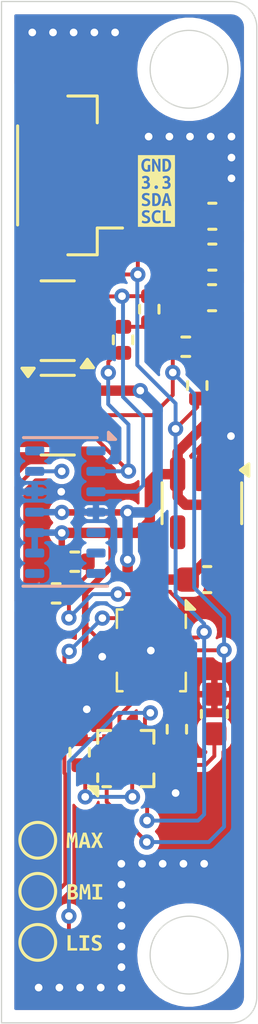
<source format=kicad_pcb>
(kicad_pcb (version 20240108) (generator "pcbnew") (generator_version "8.0")
  (title_block (title "sensor-bmi-v2") (date "2025-05-04") (rev "2.0"))
  (layers (0 "F.Cu" signal) (31 "B.Cu" signal) (34 "B.Paste" user) (35 "F.Paste" user) (36 "B.SilkS" user "B.Silkscreen") (37 "F.SilkS" user "F.Silkscreen") (38 "B.Mask" user) (39 "F.Mask" user) (44 "Edge.Cuts" user))
  (net 0 "")
  (net 1 "GND")
  (net 2 "+3V3")
  (net 3 "Net-(U3-C1)")
  (net 4 "SCL")
  (net 7 "SDA")
  (net 8 "+1V8")
  (net 9 "SCL_1V8")
  (net 10 "SDA_1V8")
  (net 11 "Net-(U3-~{CS})")
  (net 12 "Net-(U3-DRDY)")
  (net 13 "Net-(U4-SDO)")
  (net 14 "Net-(U4-CSB)")
  (net 15 "Net-(U2-~{INT})")
  (net 16 "Net-(U4-INT1)")
  (footprint "TestPoint:TestPoint_Pad_D1.0mm" (layer "F.Cu") (at 134 135)
    (property "Reference" "TP1" (hide yes))
    (property "Value" "MAX_INT" (hide yes))
    (pad "1" smd circle (at 0 0) (size 1 1) (layers "F.Cu" "F.Mask") (net 15 "Net-(U2-~{INT})"))
  )
  (footprint "TestPoint:TestPoint_Pad_D1.0mm" (layer "F.Cu") (at 134 139 180)
    (property "Reference" "TP2" (hide yes))
    (property "Value" "LIS_INT" (hide yes))
    (pad "1" smd circle (at 0 0 180) (size 1 1) (layers "F.Cu" "F.Mask") (net 12 "Net-(U3-DRDY)"))
  )
  (footprint "Resistor_SMD:R_0402_1005Metric" (layer "F.Cu") (at 138.37 114.2 90)
    (property "Reference" "R1" (hide yes))
    (property "Value" "10K" (hide yes))
    (pad "1" smd roundrect (at -0.51 0 90) (size 0.54 0.64) (layers "F.Cu" "F.Paste" "F.Mask") (net 8 "+1V8"))
    (pad "2" smd roundrect (at 0.51 0 90) (size 0.54 0.64) (layers "F.Cu" "F.Paste" "F.Mask") (net 10 "SDA_1V8"))
  )
  (footprint "Resistor_SMD:R_0402_1005Metric" (layer "F.Cu") (at 139.8 115.67)
    (property "Reference" "R5" (hide yes))
    (property "Value" "10K" (hide yes))
    (pad "1" smd roundrect (at -0.51 0) (size 0.54 0.64) (layers "F.Cu" "F.Paste" "F.Mask") (net 4 "SCL"))
    (pad "2" smd roundrect (at 0.51 0) (size 0.54 0.64) (layers "F.Cu" "F.Paste" "F.Mask") (net 2 "+3V3"))
  )
  (footprint "Resistor_SMD:R_0402_1005Metric" (layer "F.Cu") (at 134.72 125.33 180)
    (property "Reference" "R8" (hide yes))
    (property "Value" "10K" (hide yes))
    (pad "1" smd roundrect (at -0.51 0 180) (size 0.54 0.64) (layers "F.Cu" "F.Paste" "F.Mask") (net 13 "Net-(U4-SDO)"))
    (pad "2" smd roundrect (at 0.51 0 180) (size 0.54 0.64) (layers "F.Cu" "F.Paste" "F.Mask") (net 1 "GND"))
  )
  (footprint "Capacitor_SMD:C_0603_1608Metric" (layer "F.Cu") (at 140.84 112.16)
    (property "Reference" "C5" (hide yes))
    (property "Value" "100nF 16V" (hide yes))
    (pad "1" smd roundrect (at -0.775 0) (size 0.9 0.95) (layers "F.Cu" "F.Paste" "F.Mask") (net 2 "+3V3"))
    (pad "2" smd roundrect (at 0.775 0) (size 0.9 0.95) (layers "F.Cu" "F.Paste" "F.Mask") (net 1 "GND"))
  )
  (footprint "Resistor_SMD:R_0402_1005Metric" (layer "F.Cu") (at 139.45 130.65 90)
    (property "Reference" "R6" (hide yes))
    (property "Value" "10K" (hide yes))
    (pad "1" smd roundrect (at -0.51 0 90) (size 0.54 0.64) (layers "F.Cu" "F.Paste" "F.Mask") (net 12 "Net-(U3-DRDY)"))
    (pad "2" smd roundrect (at 0.51 0 90) (size 0.54 0.64) (layers "F.Cu" "F.Paste" "F.Mask") (net 1 "GND"))
  )
  (footprint "Package_TO_SOT_SMD:SOT-23" (layer "F.Cu") (at 134.78 114.65 180)
    (property "Reference" "Q2" (hide yes))
    (property "Value" "BSS138" (hide yes))
    (pad "1" smd roundrect (at -0.9375 -0.95 180) (size 1.475 0.6) (layers "F.Cu" "F.Paste" "F.Mask") (net 8 "+1V8"))
    (pad "2" smd roundrect (at -0.9375 0.95 180) (size 1.475 0.6) (layers "F.Cu" "F.Paste" "F.Mask") (net 10 "SDA_1V8"))
    (pad "3" smd roundrect (at 0.9375 0 180) (size 1.475 0.6) (layers "F.Cu" "F.Paste" "F.Mask") (net 7 "SDA"))
  )
  (footprint "Package_TO_SOT_SMD:SOT-23" (layer "F.Cu") (at 134.7825 118.35)
    (property "Reference" "Q1" (hide yes))
    (property "Value" "BSS138" (hide yes))
    (pad "1" smd roundrect (at -0.9375 -0.95) (size 1.475 0.6) (layers "F.Cu" "F.Paste" "F.Mask") (net 8 "+1V8"))
    (pad "2" smd roundrect (at -0.9375 0.95) (size 1.475 0.6) (layers "F.Cu" "F.Paste" "F.Mask") (net 9 "SCL_1V8"))
    (pad "3" smd roundrect (at 0.9375 0) (size 1.475 0.6) (layers "F.Cu" "F.Paste" "F.Mask") (net 4 "SCL"))
  )
  (footprint "Capacitor_SMD:C_0603_1608Metric" (layer "F.Cu") (at 140.83 113.75)
    (property "Reference" "C1" (hide yes))
    (property "Value" "1uF 16V" (hide yes))
    (pad "1" smd roundrect (at -0.775 0) (size 0.9 0.95) (layers "F.Cu" "F.Paste" "F.Mask") (net 2 "+3V3"))
    (pad "2" smd roundrect (at 0.775 0) (size 0.9 0.95) (layers "F.Cu" "F.Paste" "F.Mask") (net 1 "GND"))
  )
  (footprint "Package_LGA:LGA-12_2x2mm_P0.5mm" (layer "F.Cu") (at 137.45 131.8 90)
    (property "Reference" "U3" (hide yes))
    (property "Value" "LIS2MDL" (hide yes))
    (pad "1" smd rect (at -0.7625 -0.75 90) (size 0.375 0.35) (layers "F.Cu" "F.Paste" "F.Mask") (net 4 "SCL"))
    (pad "2" smd rect (at -0.7625 -0.25 90) (size 0.375 0.35) (layers "F.Cu" "F.Paste" "F.Mask"))
    (pad "3" smd rect (at -0.7625 0.25 90) (size 0.375 0.35) (layers "F.Cu" "F.Paste" "F.Mask") (net 11 "Net-(U3-~{CS})"))
    (pad "4" smd rect (at -0.7625 0.75 90) (size 0.375 0.35) (layers "F.Cu" "F.Paste" "F.Mask") (net 7 "SDA"))
    (pad "5" smd rect (at -0.25 0.7625 180) (size 0.375 0.35) (layers "F.Cu" "F.Paste" "F.Mask") (net 3 "Net-(U3-C1)"))
    (pad "6" smd rect (at 0.25 0.7625 180) (size 0.375 0.35) (layers "F.Cu" "F.Paste" "F.Mask") (net 1 "GND"))
    (pad "7" smd rect (at 0.7625 0.75 90) (size 0.375 0.35) (layers "F.Cu" "F.Paste" "F.Mask") (net 12 "Net-(U3-DRDY)"))
    (pad "8" smd rect (at 0.7625 0.25 90) (size 0.375 0.35) (layers "F.Cu" "F.Paste" "F.Mask") (net 1 "GND"))
    (pad "9" smd rect (at 0.7625 -0.25 90) (size 0.375 0.35) (layers "F.Cu" "F.Paste" "F.Mask") (net 2 "+3V3"))
    (pad "10" smd rect (at 0.7625 -0.75 90) (size 0.375 0.35) (layers "F.Cu" "F.Paste" "F.Mask") (net 2 "+3V3"))
    (pad "11" smd rect (at 0.25 -0.7625 180) (size 0.375 0.35) (layers "F.Cu" "F.Paste" "F.Mask"))
    (pad "12" smd rect (at -0.25 -0.7625 180) (size 0.375 0.35) (layers "F.Cu" "F.Paste" "F.Mask"))
  )
  (footprint "Resistor_SMD:R_0402_1005Metric" (layer "F.Cu") (at 135.45 124.09)
    (property "Reference" "R7" (hide yes))
    (property "Value" "0R" (hide yes))
    (pad "1" smd roundrect (at -0.51 0) (size 0.54 0.64) (layers "F.Cu" "F.Paste" "F.Mask") (net 2 "+3V3"))
    (pad "2" smd roundrect (at 0.51 0) (size 0.54 0.64) (layers "F.Cu" "F.Paste" "F.Mask") (net 13 "Net-(U4-SDO)"))
  )
  (footprint "Capacitor_SMD:C_0603_1608Metric" (layer "F.Cu") (at 140.92 130.055 90)
    (property "Reference" "C3" (hide yes))
    (property "Value" "100nF 16V" (hide yes))
    (pad "1" smd roundrect (at -0.775 0 90) (size 0.9 0.95) (layers "F.Cu" "F.Paste" "F.Mask") (net 3 "Net-(U3-C1)"))
    (pad "2" smd roundrect (at 0.775 0 90) (size 0.9 0.95) (layers "F.Cu" "F.Paste" "F.Mask") (net 1 "GND"))
  )
  (footprint "kibuzzard-6817376F" (layer "F.Cu") (at 138.65 109.57)
    (property "Reference" "kibuzzard-6817376F" (hide yes))
    (property "Value" "G***" (hide yes))
  )
  (footprint "Package_LGA:Bosch_LGA-14_3x2.5mm_P0.5mm" (layer "F.Cu") (at 138.45 127.5625 -90)
    (property "Reference" "U4" (hide yes))
    (property "Value" "BMI160" (hide yes))
    (pad "1" smd rect (at -1.2625 -0.75 270) (size 0.675 0.25) (layers "F.Cu" "F.Paste" "F.Mask") (net 13 "Net-(U4-SDO)"))
    (pad "2" smd rect (at -1.2625 -0.25 270) (size 0.675 0.25) (layers "F.Cu" "F.Paste" "F.Mask"))
    (pad "3" smd rect (at -1.2625 0.25 270) (size 0.675 0.25) (layers "F.Cu" "F.Paste" "F.Mask"))
    (pad "4" smd rect (at -1.2625 0.75 270) (size 0.675 0.25) (layers "F.Cu" "F.Paste" "F.Mask") (net 16 "Net-(U4-INT1)"))
    (pad "5" smd rect (at -0.5 1.0125 270) (size 0.25 0.675) (layers "F.Cu" "F.Paste" "F.Mask") (net 2 "+3V3"))
    (pad "6" smd rect (at 0 1.0125 270) (size 0.25 0.675) (layers "F.Cu" "F.Paste" "F.Mask") (net 1 "GND"))
    (pad "7" smd rect (at 0.5 1.0125 270) (size 0.25 0.675) (layers "F.Cu" "F.Paste" "F.Mask") (net 1 "GND"))
    (pad "8" smd rect (at 1.2625 0.75 270) (size 0.675 0.25) (layers "F.Cu" "F.Paste" "F.Mask") (net 2 "+3V3"))
    (pad "9" smd rect (at 1.2625 0.25 270) (size 0.675 0.25) (layers "F.Cu" "F.Paste" "F.Mask"))
    (pad "10" smd rect (at 1.2625 -0.25 270) (size 0.675 0.25) (layers "F.Cu" "F.Paste" "F.Mask"))
    (pad "11" smd rect (at 1.2625 -0.75 270) (size 0.675 0.25) (layers "F.Cu" "F.Paste" "F.Mask"))
    (pad "12" smd rect (at 0.5 -1.0125 270) (size 0.25 0.675) (layers "F.Cu" "F.Paste" "F.Mask") (net 14 "Net-(U4-CSB)"))
    (pad "13" smd rect (at 0 -1.0125 270) (size 0.25 0.675) (layers "F.Cu" "F.Paste" "F.Mask") (net 4 "SCL"))
    (pad "14" smd rect (at -0.5 -1.0125 270) (size 0.25 0.675) (layers "F.Cu" "F.Paste" "F.Mask") (net 7 "SDA"))
  )
  (footprint "Resistor_SMD:R_0402_1005Metric" (layer "F.Cu") (at 135.64 131.55 -90)
    (property "Reference" "R3" (hide yes))
    (property "Value" "10K" (hide yes))
    (pad "1" smd roundrect (at -0.51 0 270) (size 0.54 0.64) (layers "F.Cu" "F.Paste" "F.Mask") (net 2 "+3V3"))
    (pad "2" smd roundrect (at 0.51 0 270) (size 0.54 0.64) (layers "F.Cu" "F.Paste" "F.Mask") (net 11 "Net-(U3-~{CS})"))
  )
  (footprint "Connector_JST:JST_SH_BM04B-SRSS-TB_1x04-1MP_P1.00mm_Vertical" (layer "F.Cu") (at 135.22 108.96 90)
    (property "Reference" "J1" (hide yes))
    (property "Value" "JST SH1.0" (hide yes))
    (pad "1" smd roundrect (at -1.5 1.325 90) (size 0.6 1.55) (layers "F.Cu" "F.Paste" "F.Mask") (net 7 "SDA"))
    (pad "2" smd roundrect (at -0.5 1.325 90) (size 0.6 1.55) (layers "F.Cu" "F.Paste" "F.Mask") (net 4 "SCL"))
    (pad "3" smd roundrect (at 0.5 1.325 90) (size 0.6 1.55) (layers "F.Cu" "F.Paste" "F.Mask") (net 2 "+3V3"))
    (pad "4" smd roundrect (at 1.5 1.325 90) (size 0.6 1.55) (layers "F.Cu" "F.Paste" "F.Mask") (net 1 "GND"))
    (pad "MP" smd roundrect (at -2.8 -1.2 90) (size 1.2 1.8) (layers "F.Cu" "F.Paste" "F.Mask") (roundrect_rratio 0.208333))
    (pad "MP" smd roundrect (at 2.8 -1.2 90) (size 1.2 1.8) (layers "F.Cu" "F.Paste" "F.Mask") (roundrect_rratio 0.208333))
  )
  (footprint "TestPoint:TestPoint_Pad_D1.0mm" (layer "F.Cu") (at 134 137 180)
    (property "Reference" "TP3" (hide yes))
    (property "Value" "BMI_INT" (hide yes))
    (pad "1" smd circle (at 0 0 180) (size 1 1) (layers "F.Cu" "F.Mask") (net 16 "Net-(U4-INT1)"))
  )
  (footprint "kibuzzard-680F69F9" (layer "F.Cu") (at 135.85 137.02)
    (property "Reference" "kibuzzard-680F69F9" (hide yes))
    (property "Value" "G***" (hide yes))
  )
  (footprint "Resistor_SMD:R_0402_1005Metric" (layer "F.Cu") (at 137.34 115.4 -90)
    (property "Reference" "R2" (hide yes))
    (property "Value" "10K" (hide yes))
    (pad "1" smd roundrect (at -0.51 0 270) (size 0.54 0.64) (layers "F.Cu" "F.Paste" "F.Mask") (net 8 "+1V8"))
    (pad "2" smd roundrect (at 0.51 0 270) (size 0.54 0.64) (layers "F.Cu" "F.Paste" "F.Mask") (net 9 "SCL_1V8"))
  )
  (footprint "kibuzzard-680F6A2F" (layer "F.Cu") (at 135.84 139.02)
    (property "Reference" "kibuzzard-680F6A2F" (hide yes))
    (property "Value" "G***" (hide yes))
  )
  (footprint "Capacitor_SMD:C_0603_1608Metric" (layer "F.Cu") (at 140.84 110.56)
    (property "Reference" "C4" (hide yes))
    (property "Value" "100nF 16V" (hide yes))
    (pad "1" smd roundrect (at -0.775 0) (size 0.9 0.95) (layers "F.Cu" "F.Paste" "F.Mask") (net 2 "+3V3"))
    (pad "2" smd roundrect (at 0.775 0) (size 0.9 0.95) (layers "F.Cu" "F.Paste" "F.Mask") (net 1 "GND"))
  )
  (footprint "kibuzzard-680F6A44" (layer "F.Cu") (at 135.84 135)
    (property "Reference" "kibuzzard-680F6A44" (hide yes))
    (property "Value" "G***" (hide yes))
  )
  (footprint "Capacitor_SMD:C_0603_1608Metric" (layer "F.Cu") (at 140.64 124.79)
    (property "Reference" "C2" (hide yes))
    (property "Value" "2.2uF 16V" (hide yes))
    (pad "1" smd roundrect (at -0.775 0) (size 0.9 0.95) (layers "F.Cu" "F.Paste" "F.Mask") (net 8 "+1V8"))
    (pad "2" smd roundrect (at 0.775 0) (size 0.9 0.95) (layers "F.Cu" "F.Paste" "F.Mask") (net 1 "GND"))
  )
  (footprint "Package_TO_SOT_SMD:SOT-23-5" (layer "F.Cu") (at 140.43 121.8 -90)
    (property "Reference" "U1" (hide yes))
    (property "Value" "LN1134A182MR-G" (hide yes))
    (pad "1" smd roundrect (at -1.1375 -0.95 270) (size 1.325 0.6) (layers "F.Cu" "F.Paste" "F.Mask") (net 2 "+3V3"))
    (pad "2" smd roundrect (at -1.1375 0 270) (size 1.325 0.6) (layers "F.Cu" "F.Paste" "F.Mask") (net 1 "GND"))
    (pad "3" smd roundrect (at -1.1375 0.95 270) (size 1.325 0.6) (layers "F.Cu" "F.Paste" "F.Mask") (net 2 "+3V3"))
    (pad "4" smd roundrect (at 1.1375 0.95 270) (size 1.325 0.6) (layers "F.Cu" "F.Paste" "F.Mask"))
    (pad "5" smd roundrect (at 1.1375 -0.95 270) (size 1.325 0.6) (layers "F.Cu" "F.Paste" "F.Mask") (net 8 "+1V8"))
  )
  (footprint "Resistor_SMD:R_0402_1005Metric" (layer "F.Cu") (at 140.25 117.19 90)
    (property "Reference" "R4" (hide yes))
    (property "Value" "10K" (hide yes))
    (pad "1" smd roundrect (at -0.51 0 90) (size 0.54 0.64) (layers "F.Cu" "F.Paste" "F.Mask") (net 7 "SDA"))
    (pad "2" smd roundrect (at 0.51 0 90) (size 0.54 0.64) (layers "F.Cu" "F.Paste" "F.Mask") (net 2 "+3V3"))
  )
  (footprint "OptoDevice:Maxim_OLGA-14_3.3x5.6mm_P0.8mm" (layer "B.Cu") (at 135.08 122.15 180)
    (property "Reference" "U2" (hide yes))
    (property "Value" "MAX30102" (hide yes))
    (pad "1" smd roundrect (at -1.2 2.4 180) (size 0.75 0.35) (layers "B.Cu" "B.Paste" "B.Mask"))
    (pad "2" smd roundrect (at -1.2 1.6 180) (size 0.75 0.35) (layers "B.Cu" "B.Paste" "B.Mask") (net 9 "SCL_1V8"))
    (pad "3" smd roundrect (at -1.2 0.8 180) (size 0.75 0.35) (layers "B.Cu" "B.Paste" "B.Mask") (net 10 "SDA_1V8"))
    (pad "4" smd roundrect (at -1.2 0 180) (size 0.75 0.35) (layers "B.Cu" "B.Paste" "B.Mask") (net 1 "GND"))
    (pad "5" smd roundrect (at -1.2 -0.8 180) (size 0.75 0.35) (layers "B.Cu" "B.Paste" "B.Mask"))
    (pad "6" smd roundrect (at -1.2 -1.6 180) (size 0.75 0.35) (layers "B.Cu" "B.Paste" "B.Mask"))
    (pad "7" smd roundrect (at -1.2 -2.4 180) (size 0.75 0.35) (layers "B.Cu" "B.Paste" "B.Mask"))
    (pad "8" smd roundrect (at 1.2 -2.4 180) (size 0.75 0.35) (layers "B.Cu" "B.Paste" "B.Mask"))
    (pad "9" smd roundrect (at 1.2 -1.6 180) (size 0.75 0.35) (layers "B.Cu" "B.Paste" "B.Mask") (net 2 "+3V3"))
    (pad "10" smd roundrect (at 1.2 -0.8 180) (size 0.75 0.35) (layers "B.Cu" "B.Paste" "B.Mask") (net 2 "+3V3"))
    (pad "11" smd roundrect (at 1.2 0 180) (size 0.75 0.35) (layers "B.Cu" "B.Paste" "B.Mask") (net 8 "+1V8"))
    (pad "12" smd roundrect (at 1.2 0.8 180) (size 0.75 0.35) (layers "B.Cu" "B.Paste" "B.Mask") (net 1 "GND"))
    (pad "13" smd roundrect (at 1.2 1.6 180) (size 0.75 0.35) (layers "B.Cu" "B.Paste" "B.Mask") (net 15 "Net-(U2-~{INT})"))
    (pad "14" smd roundrect (at 1.2 2.4 180) (size 0.75 0.35) (layers "B.Cu" "B.Paste" "B.Mask"))
  )
  (gr_line (start 141.58 142.15) (end 132.58 142.15) (stroke (width 0.05)) (layer "Edge.Cuts"))
  (gr_arc (start 142.58 141.15) (mid 142.287107 141.857107) (end 141.58 142.15) (stroke (width 0.05)) (layer "Edge.Cuts"))
  (gr_line (start 132.58 142.15) (end 132.58 102.15) (stroke (width 0.05)) (layer "Edge.Cuts"))
  (gr_line (start 132.58 102.15) (end 141.58 102.15) (stroke (width 0.05)) (layer "Edge.Cuts"))
  (gr_circle (center 139.926875 104.803125) (end 139.926875 103.279125) (stroke (width 0.05)) (fill none) (layer "Edge.Cuts"))
  (gr_circle (center 139.926875 139.496875) (end 141.450875 139.496875) (stroke (width 0.05)) (fill none) (layer "Edge.Cuts"))
  (gr_line (start 142.58 103.15) (end 142.58 141.15) (stroke (width 0.05)) (layer "Edge.Cuts"))
  (gr_arc (start 141.58 102.15) (mid 142.287107 102.442893) (end 142.58 103.15) (stroke (width 0.05)) (layer "Edge.Cuts"))
  (segment (start 134.21 121.52) (end 134.38 121.35) (width 0.254) (layer "F.Cu") (net 1))
  (segment (start 137.84 131.55) (end 137.7 131.41) (width 0.1524) (layer "F.Cu") (net 1))
  (segment (start 137.4375 127.5625) (end 137.4375 128.0625) (width 0.1524) (layer "F.Cu") (net 1))
  (segment (start 136.7787 128.0625) (end 137.4375 128.0625) (width 0.1524) (layer "F.Cu") (net 1))
  (segment (start 136.5262 127.81) (end 136.7737 127.5625) (width 0.1524) (layer "F.Cu") (net 1))
  (segment (start 141.260001 119.17) (end 141.57 119.17) (width 0.4064) (layer "F.Cu") (net 1))
  (segment (start 136.7737 127.5625) (end 137.4375 127.5625) (width 0.1524) (layer "F.Cu") (net 1))
  (segment (start 136.5262 127.81) (end 136.7787 128.0625) (width 0.1524) (layer "F.Cu") (net 1))
  (segment (start 134.38 121.35) (end 134.92 121.35) (width 0.254) (layer "F.Cu") (net 1))
  (segment (start 134.21 125.33) (end 134.21 121.52) (width 0.254) (layer "F.Cu") (net 1))
  (segment (start 140.43 120.6625) (end 140.43 120.000001) (width 0.4064) (layer "F.Cu") (net 1))
  (segment (start 138.2125 131.55) (end 137.84 131.55) (width 0.1524) (layer "F.Cu") (net 1))
  (segment (start 140.43 120.000001) (end 141.260001 119.17) (width 0.4064) (layer "F.Cu") (net 1))
  (segment (start 137.7 131.41) (end 137.7 131.0375) (width 0.1524) (layer "F.Cu") (net 1))
  (via (at 138.43 127.57) (size 0.6) (drill 0.3) (layers "F.Cu" "B.Cu") (net 1))
  (via (at 139.9644 107.44) (size 0.6) (drill 0.3) (layers "F.Cu" "B.Cu") (net 1))
  (via (at 139.4 133.15) (size 0.6) (drill 0.3) (layers "F.Cu" "B.Cu") (net 1))
  (via (at 134.92 121.35) (size 0.6) (drill 0.3) (layers "F.Cu" "B.Cu") (net 1))
  (via (at 137.28 136.7328) (size 0.6) (drill 0.3) (layers "F.Cu" "B.Cu") (net 1))
  (via (at 135.66 140.77) (size 0.6) (drill 0.3) (layers "F.Cu" "B.Cu") (net 1))
  (via (at 141.59 107.44) (size 0.6) (drill 0.3) (layers "F.Cu" "B.Cu") (net 1))
  (via (at 135.92 129.87) (size 0.6) (drill 0.3) (layers "F.Cu" "B.Cu") (net 1))
  (via (at 135.4044 103.36) (size 0.6) (drill 0.3) (layers "F.Cu" "B.Cu") (net 1))
  (via (at 134.0344 140.77) (size 0.6) (drill 0.3) (layers "F.Cu" "B.Cu") (net 1))
  (via (at 138.0872 135.92) (size 0.6) (drill 0.3) (layers "F.Cu" "B.Cu") (net 1))
  (via (at 141.59 109.0756) (size 0.6) (drill 0.3) (layers "F.Cu" "B.Cu") (net 1))
  (via (at 139.1572 107.44) (size 0.6) (drill 0.3) (layers "F.Cu" "B.Cu") (net 1))
  (via (at 137.03 103.36) (size 0.6) (drill 0.3) (layers "F.Cu" "B.Cu") (net 1))
  (via (at 136.2172 103.36) (size 0.6) (drill 0.3) (layers "F.Cu" "B.Cu") (net 1))
  (via (at 137.2744 135.92) (size 0.6) (drill 0.3) (layers "F.Cu" "B.Cu") (net 1))
  (via (at 137.28 139.1656) (size 0.6) (drill 0.3) (layers "F.Cu" "B.Cu") (net 1))
  (via (at 141.59 108.2628) (size 0.6) (drill 0.3) (layers "F.Cu" "B.Cu") (net 1))
  (via (at 138.8944 135.92) (size 0.6) (drill 0.3) (layers "F.Cu" "B.Cu") (net 1))
  (via (at 133.7844 103.36) (size 0.6) (drill 0.3) (layers "F.Cu" "B.Cu") (net 1))
  (via (at 140.7772 107.44) (size 0.6) (drill 0.3) (layers "F.Cu" "B.Cu") (net 1))
  (via (at 134.8472 140.77) (size 0.6) (drill 0.3) (layers "F.Cu" "B.Cu") (net 1))
  (via (at 136.5262 127.81) (size 0.6) (drill 0.3) (layers "F.Cu" "B.Cu") (net 1))
  (via (at 139.7072 135.92) (size 0.6) (drill 0.3) (layers "F.Cu" "B.Cu") (net 1))
  (via (at 137.28 137.5456) (size 0.6) (drill 0.3) (layers "F.Cu" "B.Cu") (net 1))
  (via (at 136.4672 140.77) (size 0.6) (drill 0.3) (layers "F.Cu" "B.Cu") (net 1))
  (via (at 134.5972 103.36) (size 0.6) (drill 0.3) (layers "F.Cu" "B.Cu") (net 1))
  (via (at 140.52 135.92) (size 0.6) (drill 0.3) (layers "F.Cu" "B.Cu") (net 1))
  (via (at 137.28 138.3528) (size 0.6) (drill 0.3) (layers "F.Cu" "B.Cu") (net 1))
  (via (at 137.28 139.9672) (size 0.6) (drill 0.3) (layers "F.Cu" "B.Cu") (net 1))
  (via (at 141.57 119.17) (size 0.6) (drill 0.3) (layers "F.Cu" "B.Cu") (net 1))
  (via (at 137.28 140.78) (size 0.6) (drill 0.3) (layers "F.Cu" "B.Cu") (net 1))
  (via (at 138.3444 107.44) (size 0.6) (drill 0.3) (layers "F.Cu" "B.Cu") (net 1))
  (segment (start 135.016712 121.35) (end 135.816712 122.15) (width 0.254) (layer "B.Cu") (net 1))
  (segment (start 134.92 121.35) (end 135.016712 121.35) (width 0.254) (layer "B.Cu") (net 1))
  (segment (start 135.816712 122.15) (end 136.28 122.15) (width 0.254) (layer "B.Cu") (net 1))
  (segment (start 133.88 121.35) (end 134.92 121.35) (width 0.254) (layer "B.Cu") (net 1))
  (segment (start 135.6425 131.0375) (end 135.64 131.04) (width 0.1524) (layer "F.Cu") (net 2))
  (segment (start 136.3225 127.0625) (end 137.4375 127.0625) (width 0.1524) (layer "F.Cu") (net 2))
  (segment (start 137.7 129.62) (end 137.7 128.825) (width 0.1524) (layer "F.Cu") (net 2))
  (segment (start 141.05 118.23) (end 139.48 119.8) (width 0.4064) (layer "F.Cu") (net 2))
  (segment (start 139.48 121.55) (end 139.79 121.86) (width 0.4064) (layer "F.Cu") (net 2))
  (segment (start 140.055 114.275) (end 141.05 115.27) (width 0.4064) (layer "F.Cu") (net 2))
  (segment (start 136.893 124.269712) (end 136.893 123.137003) (width 0.254) (layer "F.Cu") (net 2))
  (segment (start 139.79 121.86) (end 141.1 121.86) (width 0.4064) (layer "F.Cu") (net 2))
  (segment (start 141.38 121.58) (end 141.38 120.6625) (width 0.4064) (layer "F.Cu") (net 2))
  (segment (start 137.939997 122.960003) (end 134.94 122.960003) (width 0.4064) (layer "F.Cu") (net 2))
  (segment (start 141.05 116.68) (end 141.05 118.23) (width 0.4064) (layer "F.Cu") (net 2))
  (segment (start 135.86 126.6) (end 135.86 128.47) (width 0.254) (layer "F.Cu") (net 2))
  (segment (start 136.893 123.137003) (end 137.07 122.960003) (width 0.254) (layer "F.Cu") (net 2))
  (segment (start 140.25 115.73) (end 140.31 115.67) (width 0.1524) (layer "F.Cu") (net 2))
  (segment (start 140.31 115.67) (end 141.05 115.67) (width 0.1524) (layer "F.Cu") (net 2))
  (segment (start 136.215 128.825) (end 137.7 128.825) (width 0.254) (layer "F.Cu") (net 2))
  (segment (start 137.2 131.0375) (end 136.7 131.0375) (width 0.1524) (layer "F.Cu") (net 2))
  (segment (start 139.52 108.46) (end 140.065 109.005) (width 0.4064) (layer "F.Cu") (net 2))
  (segment (start 141.1 121.86) (end 141.38 121.58) (width 0.4064) (layer "F.Cu") (net 2))
  (segment (start 138.39 120.95) (end 138.39 122.51) (width 0.4064) (layer "F.Cu") (net 2))
  (segment (start 138.6775 120.6625) (end 138.39 120.95) (width 0.4064) (layer "F.Cu") (net 2))
  (segment (start 140.25 116.68) (end 140.25 115.73) (width 0.1524) (layer "F.Cu") (net 2))
  (segment (start 135.86 125.302712) (end 136.893 124.269712) (width 0.254) (layer "F.Cu") (net 2))
  (segment (start 137.2 130.12) (end 137.7 129.62) (width 0.1524) (layer "F.Cu") (net 2))
  (segment (start 135.86 128.47) (end 136.215 128.825) (width 0.254) (layer "F.Cu") (net 2))
  (segment (start 136.545 108.46) (end 139.52 108.46) (width 0.4064) (layer "F.Cu") (net 2))
  (segment (start 138.39 122.51) (end 137.939997 122.960003) (width 0.4064) (layer "F.Cu") (net 2))
  (segment (start 140.055 113.75) (end 140.055 114.275) (width 0.4064) (layer "F.Cu") (net 2))
  (segment (start 140.065 109.005) (end 140.065 110.56) (width 0.4064) (layer "F.Cu") (net 2))
  (segment (start 141.05 115.67) (end 141.05 116.68) (width 0.4064) (layer "F.Cu") (net 2))
  (segment (start 136.7 131.0375) (end 135.6425 131.0375) (width 0.1524) (layer "F.Cu") (net 2))
  (segment (start 135.86 126.6) (end 136.3225 127.0625) (width 0.1524) (layer "F.Cu") (net 2))
  (segment (start 139.48 120.6625) (end 139.48 121.55) (width 0.4064) (layer "F.Cu") (net 2))
  (segment (start 140.25 116.68) (end 141.05 116.68) (width 0.1524) (layer "F.Cu") (net 2))
  (segment (start 139.48 120.6625) (end 138.6775 120.6625) (width 0.4064) (layer "F.Cu") (net 2))
  (segment (start 137.07 122.960003) (end 137.939997 122.960003) (width 0.254) (layer "F.Cu") (net 2))
  (segment (start 141.05 115.27) (end 141.05 115.67) (width 0.4064) (layer "F.Cu") (net 2))
  (segment (start 140.055 113.61) (end 140.055 113.75) (width 0.4064) (layer "F.Cu") (net 2))
  (segment (start 137.2 131.0375) (end 137.2 130.12) (width 0.1524) (layer "F.Cu") (net 2))
  (segment (start 140.065 110.56) (end 140.065 113.6) (width 0.4064) (layer "F.Cu") (net 2))
  (segment (start 139.48 119.8) (end 139.48 120.6625) (width 0.4064) (layer "F.Cu") (net 2))
  (segment (start 134.94 122.960003) (end 134.94 124.09) (width 0.254) (layer "F.Cu") (net 2))
  (segment (start 135.86 126.6) (end 135.86 125.302712) (width 0.254) (layer "F.Cu") (net 2))
  (via (at 134.94 122.960003) (size 0.6) (drill 0.3) (layers "F.Cu" "B.Cu") (net 2))
  (segment (start 133.88 122.95) (end 134.929997 122.95) (width 0.254) (layer "B.Cu") (net 2))
  (segment (start 134.929997 122.95) (end 134.94 122.960003) (width 0.254) (layer "B.Cu") (net 2))
  (segment (start 133.88 123.75) (end 133.88 122.95) (width 0.254) (layer "B.Cu") (net 2))
  (segment (start 140.57 132.05) (end 140.92 131.7) (width 0.1524) (layer "F.Cu") (net 3))
  (segment (start 140.92 131.7) (end 140.92 130.83) (width 0.1524) (layer "F.Cu") (net 3))
  (segment (start 138.2125 132.05) (end 140.57 132.05) (width 0.1524) (layer "F.Cu") (net 3))
  (segment (start 138.27 135.07) (end 136.7 133.5) (width 0.1524) (layer "F.Cu") (net 4))
  (segment (start 139.08 109.87) (end 138.67 109.46) (width 0.1524) (layer "F.Cu") (net 4))
  (segment (start 138.67 109.46) (end 136.545 109.46) (width 0.1524) (layer "F.Cu") (net 4))
  (segment (start 136.7 133.5) (end 136.7 132.5625) (width 0.1524) (layer "F.Cu") (net 4))
  (segment (start 139.29 115.67) (end 139.08 115.46) (width 0.1524) (layer "F.Cu") (net 4))
  (segment (start 139.465 127.56) (end 139.4625 127.5625) (width 0.1524) (layer "F.Cu") (net 4))
  (segment (start 138.5 118.35) (end 139.29 117.56) (width 0.1524) (layer "F.Cu") (net 4))
  (segment (start 139.08 115.46) (end 139.08 109.87) (width 0.1524) (layer "F.Cu") (net 4))
  (segment (start 141.29 127.56) (end 139.465 127.56) (width 0.1524) (layer "F.Cu") (net 4))
  (segment (start 135.72 118.35) (end 138.5 118.35) (width 0.1524) (layer "F.Cu") (net 4))
  (segment (start 139.29 117.56) (end 139.29 116.68) (width 0.1524) (layer "F.Cu") (net 4))
  (segment (start 141.3 127.55) (end 141.29 127.56) (width 0.1524) (layer "F.Cu") (net 4))
  (segment (start 139.29 116.68) (end 139.29 115.67) (width 0.1524) (layer "F.Cu") (net 4))
  (via (at 141.3 127.55) (size 0.6) (drill 0.3) (layers "F.Cu" "B.Cu") (net 4))
  (via (at 138.27 135.07) (size 0.6) (drill 0.3) (layers "F.Cu" "B.Cu") (net 4))
  (via (at 139.29 116.68) (size 0.6) (drill 0.3) (layers "F.Cu" "B.Cu") (net 4))
  (segment (start 141.3 134.47) (end 141.3 127.55) (width 0.1524) (layer "B.Cu") (net 4))
  (segment (start 141.3 126.28) (end 140.13 125.11) (width 0.1524) (layer "B.Cu") (net 4))
  (segment (start 140.13 125.11) (end 140.13 117.52) (width 0.1524) (layer "B.Cu") (net 4))
  (segment (start 140.13 117.52) (end 139.29 116.68) (width 0.1524) (layer "B.Cu") (net 4))
  (segment (start 141.3 127.55) (end 141.3 126.28) (width 0.1524) (layer "B.Cu") (net 4))
  (segment (start 140.7 135.07) (end 141.3 134.47) (width 0.1524) (layer "B.Cu") (net 4))
  (segment (start 138.27 135.07) (end 140.7 135.07) (width 0.1524) (layer "B.Cu") (net 4))
  (segment (start 140.25 117.7) (end 140.25 118.035526) (width 0.1524) (layer "F.Cu") (net 7))
  (segment (start 140.3 127.06) (end 139.465 127.06) (width 0.1524) (layer "F.Cu") (net 7))
  (segment (start 134.23 112.84) (end 133.8425 113.2275) (width 0.1524) (layer "F.Cu") (net 7))
  (segment (start 140.25 118.035526) (end 139.4 118.885526) (width 0.1524) (layer "F.Cu") (net 7))
  (segment (start 137.62 110.46) (end 136.545 110.46) (width 0.1524) (layer "F.Cu") (net 7))
  (segment (start 137.92 112.84) (end 137.92 110.76) (width 0.1524) (layer "F.Cu") (net 7))
  (segment (start 137.92 112.84) (end 134.23 112.84) (width 0.1524) (layer "F.Cu") (net 7))
  (segment (start 133.8425 113.2275) (end 133.8425 114.65) (width 0.1524) (layer "F.Cu") (net 7))
  (segment (start 137.92 110.76) (end 137.62 110.46) (width 0.1524) (layer "F.Cu") (net 7))
  (segment (start 138.2862 134.2238) (end 138.2862 132.6487) (width 0.1524) (layer "F.Cu") (net 7))
  (segment (start 140.52 126.84) (end 140.3 127.06) (width 0.1524) (layer "F.Cu") (net 7))
  (segment (start 139.465 127.06) (end 139.4625 127.0625) (width 0.1524) (layer "F.Cu") (net 7))
  (segment (start 138.28 134.23) (end 138.2862 134.2238) (width 0.1524) (layer "F.Cu") (net 7))
  (segment (start 138.2862 132.6487) (end 138.2 132.5625) (width 0.1524) (layer "F.Cu") (net 7))
  (via (at 137.92 112.84) (size 0.6) (drill 0.3) (layers "F.Cu" "B.Cu") (net 7))
  (via (at 139.4 118.885526) (size 0.6) (drill 0.3) (layers "F.Cu" "B.Cu") (net 7))
  (via (at 140.52 126.84) (size 0.6) (drill 0.3) (layers "F.Cu" "B.Cu") (net 7))
  (via (at 138.28 134.23) (size 0.6) (drill 0.3) (layers "F.Cu" "B.Cu") (net 7))
  (segment (start 140.52 133.99) (end 140.52 126.84) (width 0.1524) (layer "B.Cu") (net 7))
  (segment (start 140.52 126.52) (end 139.4 125.4) (width 0.1524) (layer "B.Cu") (net 7))
  (segment (start 138.28 134.23) (end 140.28 134.23) (width 0.1524) (layer "B.Cu") (net 7))
  (segment (start 140.28 134.23) (end 140.52 133.99) (width 0.1524) (layer "B.Cu") (net 7))
  (segment (start 137.92 112.84) (end 137.9 112.86) (width 0.1524) (layer "B.Cu") (net 7))
  (segment (start 139.4 125.4) (end 139.4 118.885526) (width 0.1524) (layer "B.Cu") (net 7))
  (segment (start 137.9 116.39) (end 139.4 117.89) (width 0.1524) (layer "B.Cu") (net 7))
  (segment (start 137.9 112.86) (end 137.9 116.39) (width 0.1524) (layer "B.Cu") (net 7))
  (segment (start 140.52 126.84) (end 140.52 126.52) (width 0.1524) (layer "B.Cu") (net 7))
  (segment (start 139.4 117.89) (end 139.4 118.885526) (width 0.1524) (layer "B.Cu") (net 7))
  (segment (start 139.865 124.79) (end 141.38 123.275) (width 0.4064) (layer "F.Cu") (net 8))
  (segment (start 137.1 114.9) (end 136.4175 114.9) (width 0.1524) (layer "F.Cu") (net 8))
  (segment (start 133.855 117.39) (end 133.845 117.4) (width 0.4064) (layer "F.Cu") (net 8))
  (segment (start 141.38 123.275) (end 141.38 122.9375) (width 0.4064) (layer "F.Cu") (net 8))
  (segment (start 137.52 124.63) (end 137.52 124.01) (width 0.4064) (layer "F.Cu") (net 8))
  (segment (start 133.845 117.4) (end 135.645 115.6) (width 0.4064) (layer "F.Cu") (net 8))
  (segment (start 136.4175 114.9) (end 135.7075 115.61) (width 0.1524) (layer "F.Cu") (net 8))
  (segment (start 135.645 115.6) (end 135.7175 115.6) (width 0.4064) (layer "F.Cu") (net 8))
  (segment (start 138.0164 117.39) (end 133.855 117.39) (width 0.4064) (layer "F.Cu") (net 8))
  (segment (start 137.34 114.89) (end 138.19 114.89) (width 0.1524) (layer "F.Cu") (net 8))
  (segment (start 139.865 124.79) (end 137.68 124.79) (width 0.4064) (layer "F.Cu") (net 8))
  (segment (start 137.68 124.79) (end 137.52 124.63) (width 0.4064) (layer "F.Cu") (net 8))
  (segment (start 137.52 122.16) (end 134.94 122.16) (width 0.254) (layer "F.Cu") (net 8))
  (segment (start 138.19 114.89) (end 138.37 114.71) (width 0.1524) (layer "F.Cu") (net 8))
  (via (at 138.0164 117.39) (size 0.6) (drill 0.3) (layers "F.Cu" "B.Cu") (net 8))
  (via (at 134.94 122.16) (size 0.6) (drill 0.3) (layers "F.Cu" "B.Cu") (net 8))
  (via (at 137.52 122.16) (size 0.6) (drill 0.3) (layers "F.Cu" "B.Cu") (net 8))
  (via (at 137.52 124.01) (size 0.6) (drill 0.3) (layers "F.Cu" "B.Cu") (net 8))
  (segment (start 133.88 122.15) (end 134.93 122.15) (width 0.254) (layer "B.Cu") (net 8))
  (segment (start 138.0164 117.39) (end 138.7 118.0736) (width 0.4064) (layer "B.Cu") (net 8))
  (segment (start 137.52 124.01) (end 137.52 122.16) (width 0.4064) (layer "B.Cu") (net 8))
  (segment (start 134.93 122.15) (end 134.94 122.16) (width 0.254) (layer "B.Cu") (net 8))
  (segment (start 138.7 118.0736) (end 138.7 118.185525) (width 0.4064) (layer "B.Cu") (net 8))
  (segment (start 138.6968 118.188725) (end 138.6968 121.8532) (width 0.4064) (layer "B.Cu") (net 8))
  (segment (start 138.39 122.16) (end 137.52 122.16) (width 0.4064) (layer "B.Cu") (net 8))
  (segment (start 138.7 118.185525) (end 138.6968 118.188725) (width 0.4064) (layer "B.Cu") (net 8))
  (segment (start 138.6968 121.8532) (end 138.39 122.16) (width 0.4064) (layer "B.Cu") (net 8))
  (segment (start 136.7638 116.2562) (end 137.1 115.92) (width 0.1524) (layer "F.Cu") (net 9))
  (segment (start 136.7638 116.6868) (end 136.7638 116.2562) (width 0.1524) (layer "F.Cu") (net 9))
  (segment (start 137.5538 120.54) (end 136.3138 119.3) (width 0.1524) (layer "F.Cu") (net 9))
  (segment (start 136.3138 119.3) (end 133.845 119.3) (width 0.1524) (layer "F.Cu") (net 9))
  (via (at 137.5538 120.54) (size 0.6) (drill 0.3) (layers "F.Cu" "B.Cu") (net 9))
  (via (at 136.7638 116.6868) (size 0.6) (drill 0.3) (layers "F.Cu" "B.Cu") (net 9))
  (segment (start 137.5538 120.54) (end 137.5438 120.55) (width 0.1524) (layer "B.Cu") (net 9))
  (segment (start 137.5438 120.55) (end 136.28 120.55) (width 0.1524) (layer "B.Cu") (net 9))
  (segment (start 136.76 117.92) (end 136.76 116.6906) (width 0.1524) (layer "B.Cu") (net 9))
  (segment (start 137.5538 120.54) (end 137.5538 118.7138) (width 0.1524) (layer "B.Cu") (net 9))
  (segment (start 136.76 116.6906) (end 136.7638 116.6868) (width 0.1524) (layer "B.Cu") (net 9))
  (segment (start 137.5538 118.7138) (end 136.76 117.92) (width 0.1524) (layer "B.Cu") (net 9))
  (segment (start 137.3 113.69) (end 137.29 113.7) (width 0.1524) (layer "F.Cu") (net 10))
  (segment (start 138.37 113.69) (end 137.3 113.69) (width 0.1524) (layer "F.Cu") (net 10))
  (segment (start 137.29 113.7) (end 135.7175 113.7) (width 0.1524) (layer "F.Cu") (net 10))
  (via (at 137.3 113.69) (size 0.6) (drill 0.3) (layers "F.Cu" "B.Cu") (net 10))
  (segment (start 137.88 121.35) (end 136.28 121.35) (width 0.1524) (layer "B.Cu") (net 10))
  (segment (start 137.3 113.69) (end 137.34 113.73) (width 0.1524) (layer "B.Cu") (net 10))
  (segment (start 138.13 118.425) (end 138.13 121.1) (width 0.1524) (layer "B.Cu") (net 10))
  (segment (start 138.13 121.1) (end 137.88 121.35) (width 0.1524) (layer "B.Cu") (net 10))
  (segment (start 137.34 117.635) (end 138.13 118.425) (width 0.1524) (layer "B.Cu") (net 10))
  (segment (start 137.34 113.73) (end 137.34 117.635) (width 0.1524) (layer "B.Cu") (net 10))
  (segment (start 137.7 133.29) (end 137.71 133.3) (width 0.1524) (layer "F.Cu") (net 11))
  (segment (start 135.86 132.28) (end 135.64 132.06) (width 0.1524) (layer "F.Cu") (net 11))
  (segment (start 135.86 133.3) (end 135.86 132.28) (width 0.1524) (layer "F.Cu") (net 11))
  (segment (start 137.7 132.5625) (end 137.7 133.29) (width 0.1524) (layer "F.Cu") (net 11))
  (via (at 135.86 133.3) (size 0.6) (drill 0.3) (layers "F.Cu" "B.Cu") (net 11))
  (via (at 137.71 133.3) (size 0.6) (drill 0.3) (layers "F.Cu" "B.Cu") (net 11))
  (segment (start 135.86 133.3) (end 137.71 133.3) (width 0.1524) (layer "B.Cu") (net 11))
  (segment (start 134.81 139) (end 134 139) (width 0.1524) (layer "F.Cu") (net 12))
  (segment (start 138.2 131.0375) (end 138.2 130.22) (width 0.1524) (layer "F.Cu") (net 12))
  (segment (start 138.2 130.22) (end 138.41 130.01) (width 0.1524) (layer "F.Cu") (net 12))
  (segment (start 135.22 137.97) (end 135.22 138.59) (width 0.1524) (layer "F.Cu") (net 12))
  (segment (start 139.3275 131.0375) (end 138.2 131.0375) (width 0.1524) (layer "F.Cu") (net 12))
  (segment (start 139.45 131.16) (end 139.3275 131.0375) (width 0.1524) (layer "F.Cu") (net 12))
  (segment (start 135.22 138.59) (end 134.81 139) (width 0.1524) (layer "F.Cu") (net 12))
  (via (at 138.41 130.01) (size 0.6) (drill 0.3) (layers "F.Cu" "B.Cu") (net 12))
  (via (at 135.22 137.97) (size 0.6) (drill 0.3) (layers "F.Cu" "B.Cu") (net 12))
  (segment (start 135.22 137.97) (end 135.22 131.93) (width 0.1524) (layer "B.Cu") (net 12))
  (segment (start 137.14 130.01) (end 138.41 130.01) (width 0.1524) (layer "B.Cu") (net 12))
  (segment (start 135.22 131.93) (end 137.14 130.01) (width 0.1524) (layer "B.Cu") (net 12))
  (segment (start 138.7749 125.36) (end 137.14 125.36) (width 0.1524) (layer "F.Cu") (net 13))
  (segment (start 135.23 125.33) (end 135.96 124.6) (width 0.1524) (layer "F.Cu") (net 13))
  (segment (start 135.22 125.34) (end 135.23 125.33) (width 0.1524) (layer "F.Cu") (net 13))
  (segment (start 139.2 125.7851) (end 138.7749 125.36) (width 0.1524) (layer "F.Cu") (net 13))
  (segment (start 135.96 124.6) (end 135.96 124.09) (width 0.1524) (layer "F.Cu") (net 13))
  (segment (start 135.22 126.29) (end 135.22 125.34) (width 0.1524) (layer "F.Cu") (net 13))
  (segment (start 139.2 126.3) (end 139.2 125.7851) (width 0.1524) (layer "F.Cu") (net 13))
  (via (at 135.22 126.29) (size 0.6) (drill 0.3) (layers "F.Cu" "B.Cu") (net 13))
  (via (at 137.14 125.36) (size 0.6) (drill 0.3) (layers "F.Cu" "B.Cu") (net 13))
  (segment (start 137.14 125.36) (end 136.15 125.36) (width 0.1524) (layer "B.Cu") (net 13))
  (segment (start 136.15 125.36) (end 135.22 126.29) (width 0.1524) (layer "B.Cu") (net 13))
  (segment (start 133.77 120.55) (end 133.1562 121.1638) (width 0.1524) (layer "F.Cu") (net 15))
  (segment (start 134.94 120.55) (end 133.77 120.55) (width 0.1524) (layer "F.Cu") (net 15))
  (segment (start 134 126.46) (end 134 135) (width 0.1524) (layer "F.Cu") (net 15))
  (segment (start 133.1562 121.1638) (end 133.1562 125.6162) (width 0.1524) (layer "F.Cu") (net 15))
  (segment (start 133.1562 125.6162) (end 134 126.46) (width 0.1524) (layer "F.Cu") (net 15))
  (via (at 134.94 120.55) (size 0.6) (drill 0.3) (layers "F.Cu" "B.Cu") (net 15))
  (segment (start 133.88 120.55) (end 134.94 120.55) (width 0.1524) (layer "B.Cu") (net 15))
  (segment (start 135.0438 127.7862) (end 135.0438 132.369066) (width 0.1524) (layer "F.Cu") (net 16))
  (segment (start 135.23 127.6) (end 135.0438 127.7862) (width 0.1524) (layer "F.Cu") (net 16))
  (segment (start 134.77 137) (end 134 137) (width 0.1524) (layer "F.Cu") (net 16))
  (segment (start 135.0438 132.369066) (end 135.08 132.405266) (width 0.1524) (layer "F.Cu") (net 16))
  (segment (start 135.08 132.405266) (end 135.08 136.69) (width 0.1524) (layer "F.Cu") (net 16))
  (segment (start 135.08 136.69) (end 134.77 137) (width 0.1524) (layer "F.Cu") (net 16))
  (segment (start 137.7 126.3) (end 136.53 126.3) (width 0.1524) (layer "F.Cu") (net 16))
  (via (at 135.23 127.6) (size 0.6) (drill 0.3) (layers "F.Cu" "B.Cu") (net 16))
  (via (at 136.53 126.3) (size 0.6) (drill 0.3) (layers "F.Cu" "B.Cu") (net 16))
  (segment (start 136.53 126.3) (end 135.23 127.6) (width 0.1524) (layer "B.Cu") (net 16))
  (zone (net 1) (net_name "GND") (layers "F&B.Cu") (name "GND") (connect_pads (clearance 0.1)) (min_thickness 0.1) (fill yes (thermal_gap 0.1) (thermal_bridge_width 0.254))
    (polygon (pts (xy 132.58 102.15) (xy 142.58 102.15) (xy 142.58 142.15) (xy 132.58 142.15)))
  )
)
</source>
